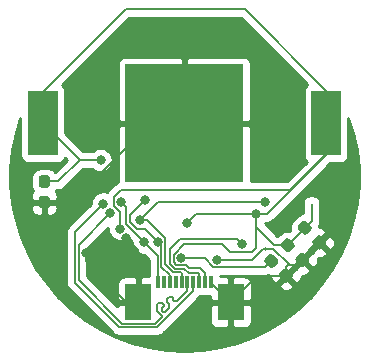
<source format=gbl>
G04 #@! TF.GenerationSoftware,KiCad,Pcbnew,5.1.6*
G04 #@! TF.CreationDate,2020-08-26T14:56:34+02:00*
G04 #@! TF.ProjectId,AnalogWatch,416e616c-6f67-4576-9174-63682e6b6963,rev?*
G04 #@! TF.SameCoordinates,Original*
G04 #@! TF.FileFunction,Copper,L2,Bot*
G04 #@! TF.FilePolarity,Positive*
%FSLAX46Y46*%
G04 Gerber Fmt 4.6, Leading zero omitted, Abs format (unit mm)*
G04 Created by KiCad (PCBNEW 5.1.6) date 2020-08-26 14:56:34*
%MOMM*%
%LPD*%
G01*
G04 APERTURE LIST*
G04 #@! TA.AperFunction,SMDPad,CuDef*
%ADD10R,10.000000X10.000000*%
G04 #@! TD*
G04 #@! TA.AperFunction,SMDPad,CuDef*
%ADD11R,2.500000X5.500000*%
G04 #@! TD*
G04 #@! TA.AperFunction,SMDPad,CuDef*
%ADD12R,0.300000X1.100000*%
G04 #@! TD*
G04 #@! TA.AperFunction,SMDPad,CuDef*
%ADD13R,2.300000X3.100000*%
G04 #@! TD*
G04 #@! TA.AperFunction,ViaPad*
%ADD14C,0.800000*%
G04 #@! TD*
G04 #@! TA.AperFunction,Conductor*
%ADD15C,0.200000*%
G04 #@! TD*
G04 #@! TA.AperFunction,Conductor*
%ADD16C,0.254000*%
G04 #@! TD*
G04 APERTURE END LIST*
D10*
X100000000Y-95500000D03*
D11*
X88000000Y-95500000D03*
X112000000Y-95500000D03*
G04 #@! TA.AperFunction,SMDPad,CuDef*
G36*
G01*
X87900500Y-101646500D02*
X88375500Y-101646500D01*
G75*
G02*
X88613000Y-101884000I0J-237500D01*
G01*
X88613000Y-102459000D01*
G75*
G02*
X88375500Y-102696500I-237500J0D01*
G01*
X87900500Y-102696500D01*
G75*
G02*
X87663000Y-102459000I0J237500D01*
G01*
X87663000Y-101884000D01*
G75*
G02*
X87900500Y-101646500I237500J0D01*
G01*
G37*
G04 #@! TD.AperFunction*
G04 #@! TA.AperFunction,SMDPad,CuDef*
G36*
G01*
X87900500Y-99896500D02*
X88375500Y-99896500D01*
G75*
G02*
X88613000Y-100134000I0J-237500D01*
G01*
X88613000Y-100709000D01*
G75*
G02*
X88375500Y-100946500I-237500J0D01*
G01*
X87900500Y-100946500D01*
G75*
G02*
X87663000Y-100709000I0J237500D01*
G01*
X87663000Y-100134000D01*
G75*
G02*
X87900500Y-99896500I237500J0D01*
G01*
G37*
G04 #@! TD.AperFunction*
G04 #@! TA.AperFunction,SMDPad,CuDef*
G36*
G01*
X109442831Y-106857707D02*
X109778707Y-106521831D01*
G75*
G02*
X110114583Y-106521831I167938J-167938D01*
G01*
X110521169Y-106928417D01*
G75*
G02*
X110521169Y-107264293I-167938J-167938D01*
G01*
X110185293Y-107600169D01*
G75*
G02*
X109849417Y-107600169I-167938J167938D01*
G01*
X109442831Y-107193583D01*
G75*
G02*
X109442831Y-106857707I167938J167938D01*
G01*
G37*
G04 #@! TD.AperFunction*
G04 #@! TA.AperFunction,SMDPad,CuDef*
G36*
G01*
X108205395Y-105620271D02*
X108541271Y-105284395D01*
G75*
G02*
X108877147Y-105284395I167938J-167938D01*
G01*
X109283733Y-105690981D01*
G75*
G02*
X109283733Y-106026857I-167938J-167938D01*
G01*
X108947857Y-106362733D01*
G75*
G02*
X108611981Y-106362733I-167938J167938D01*
G01*
X108205395Y-105956147D01*
G75*
G02*
X108205395Y-105620271I167938J167938D01*
G01*
G37*
G04 #@! TD.AperFunction*
G04 #@! TA.AperFunction,SMDPad,CuDef*
G36*
G01*
X109649613Y-104143489D02*
X109985489Y-103807613D01*
G75*
G02*
X110321365Y-103807613I167938J-167938D01*
G01*
X110727951Y-104214199D01*
G75*
G02*
X110727951Y-104550075I-167938J-167938D01*
G01*
X110392075Y-104885951D01*
G75*
G02*
X110056199Y-104885951I-167938J167938D01*
G01*
X109649613Y-104479365D01*
G75*
G02*
X109649613Y-104143489I167938J167938D01*
G01*
G37*
G04 #@! TD.AperFunction*
G04 #@! TA.AperFunction,SMDPad,CuDef*
G36*
G01*
X110887049Y-105380925D02*
X111222925Y-105045049D01*
G75*
G02*
X111558801Y-105045049I167938J-167938D01*
G01*
X111965387Y-105451635D01*
G75*
G02*
X111965387Y-105787511I-167938J-167938D01*
G01*
X111629511Y-106123387D01*
G75*
G02*
X111293635Y-106123387I-167938J167938D01*
G01*
X110887049Y-105716801D01*
G75*
G02*
X110887049Y-105380925I167938J167938D01*
G01*
G37*
G04 #@! TD.AperFunction*
D12*
X102250000Y-108949500D03*
X101750000Y-108949500D03*
X101250000Y-108949500D03*
X100750000Y-108949500D03*
X100250000Y-108949500D03*
X99750000Y-108949500D03*
X99250000Y-108949500D03*
X98750000Y-108949500D03*
X98250000Y-108949500D03*
X97750000Y-108949500D03*
D13*
X103920000Y-110649500D03*
X96080000Y-110649500D03*
G04 #@! TA.AperFunction,SMDPad,CuDef*
G36*
G01*
X109124169Y-108597793D02*
X108788293Y-108933669D01*
G75*
G02*
X108452417Y-108933669I-167938J167938D01*
G01*
X108045831Y-108527083D01*
G75*
G02*
X108045831Y-108191207I167938J167938D01*
G01*
X108381707Y-107855331D01*
G75*
G02*
X108717583Y-107855331I167938J-167938D01*
G01*
X109124169Y-108261917D01*
G75*
G02*
X109124169Y-108597793I-167938J-167938D01*
G01*
G37*
G04 #@! TD.AperFunction*
G04 #@! TA.AperFunction,SMDPad,CuDef*
G36*
G01*
X107886733Y-107360357D02*
X107550857Y-107696233D01*
G75*
G02*
X107214981Y-107696233I-167938J167938D01*
G01*
X106808395Y-107289647D01*
G75*
G02*
X106808395Y-106953771I167938J167938D01*
G01*
X107144271Y-106617895D01*
G75*
G02*
X107480147Y-106617895I167938J-167938D01*
G01*
X107886733Y-107024481D01*
G75*
G02*
X107886733Y-107360357I-167938J-167938D01*
G01*
G37*
G04 #@! TD.AperFunction*
D14*
X89725500Y-104203500D03*
X91630500Y-106489500D03*
X102743000Y-107061000D03*
X95036881Y-105199125D03*
X100203000Y-103949500D03*
X106045000Y-103187500D03*
X92900500Y-98615500D03*
X94545032Y-104414716D03*
X104838500Y-105727500D03*
X97763919Y-105571990D03*
X96618277Y-101995219D03*
X106807000Y-102171500D03*
X96265500Y-103683500D03*
X96570881Y-105571990D03*
X94660809Y-102198259D03*
X93118493Y-102300392D03*
X93726000Y-103124000D03*
X99701331Y-106905490D03*
D15*
X102250000Y-108979500D02*
X103920000Y-110649500D01*
X102250000Y-108949500D02*
X102250000Y-108979500D01*
X109664500Y-107378500D02*
X109982000Y-107061000D01*
X111426218Y-105616782D02*
X111426218Y-105584218D01*
X109982000Y-107061000D02*
X111426218Y-105616782D01*
X112508000Y-104502436D02*
X111426218Y-105584218D01*
X112508000Y-102298500D02*
X112508000Y-104502436D01*
X109982000Y-107061000D02*
X109537500Y-107505500D01*
X109537500Y-107505500D02*
X108902500Y-107505500D01*
X106175000Y-108394500D02*
X103920000Y-110649500D01*
X108585000Y-108394500D02*
X106175000Y-108394500D01*
X108585000Y-107696000D02*
X108839000Y-107442000D01*
X108585000Y-108394500D02*
X108585000Y-107696000D01*
X108902500Y-107505500D02*
X108839000Y-107442000D01*
X96080000Y-110649500D02*
X95092000Y-110649500D01*
X95092000Y-110649500D02*
X91630500Y-107188000D01*
X91630500Y-107188000D02*
X91630500Y-106489500D01*
X100000000Y-95500000D02*
X97159000Y-95500000D01*
X89725500Y-102933500D02*
X89725500Y-104203500D01*
X97159000Y-95500000D02*
X89725500Y-102933500D01*
X88963500Y-102171500D02*
X89725500Y-102933500D01*
X88138000Y-102171500D02*
X88963500Y-102171500D01*
X96080000Y-110649500D02*
X96080000Y-106242244D01*
X96080000Y-106242244D02*
X95036881Y-105199125D01*
X105727500Y-107061000D02*
X102743000Y-107061000D01*
X106680000Y-106108500D02*
X105727500Y-107061000D01*
X107505500Y-106108500D02*
X106680000Y-106108500D01*
X108839000Y-107442000D02*
X107505500Y-106108500D01*
X100965000Y-103187500D02*
X100203000Y-103949500D01*
X106045000Y-103187500D02*
X100965000Y-103187500D01*
X91115500Y-98615500D02*
X88000000Y-95500000D01*
X92900500Y-98615500D02*
X91115500Y-98615500D01*
X112000000Y-92759500D02*
X112000000Y-95500000D01*
X105092500Y-85852000D02*
X112000000Y-92759500D01*
X95015565Y-85852000D02*
X105092500Y-85852000D01*
X88000000Y-92867566D02*
X95015565Y-85852000D01*
X88000000Y-95500000D02*
X88000000Y-92867566D01*
X100139500Y-107505500D02*
X99314000Y-107505500D01*
X100410989Y-107776989D02*
X100139500Y-107505500D01*
X101327489Y-107776989D02*
X100410989Y-107776989D01*
X101750000Y-108199500D02*
X101327489Y-107776989D01*
X101750000Y-108949500D02*
X101750000Y-108199500D01*
X99314000Y-107505500D02*
X99101330Y-107259720D01*
X103822500Y-106362500D02*
X105727500Y-106362500D01*
X99101330Y-107259720D02*
X99101330Y-106617489D01*
X99101330Y-106617489D02*
X99991319Y-105727500D01*
X103187500Y-105727500D02*
X103822500Y-106362500D01*
X99991319Y-105727500D02*
X103187500Y-105727500D01*
X105727500Y-106362500D02*
X106045000Y-106045000D01*
X108744564Y-105791000D02*
X108744564Y-105823564D01*
X110188782Y-104346782D02*
X108744564Y-105791000D01*
X107601564Y-105823564D02*
X106045000Y-104267000D01*
X108744564Y-105823564D02*
X107601564Y-105823564D01*
X106045000Y-104267000D02*
X106045000Y-103187500D01*
X106045000Y-106045000D02*
X106045000Y-104267000D01*
X110758000Y-103777564D02*
X110188782Y-104346782D01*
X110758000Y-102298500D02*
X110758000Y-103777564D01*
X89309500Y-100421500D02*
X91115500Y-98615500D01*
X88138000Y-100421500D02*
X89309500Y-100421500D01*
X106934000Y-103187500D02*
X106997500Y-103187500D01*
X106045000Y-103187500D02*
X106934000Y-103187500D01*
X106997500Y-103187500D02*
X109029500Y-101155500D01*
X112000000Y-98121500D02*
X112000000Y-95500000D01*
X108966000Y-101155500D02*
X112000000Y-98121500D01*
X108966000Y-101155500D02*
X109029500Y-101155500D01*
X112000000Y-98185000D02*
X112000000Y-95500000D01*
X109029500Y-101155500D02*
X112000000Y-98185000D01*
X108966000Y-101155500D02*
X94615000Y-101155500D01*
X94615000Y-101155500D02*
X94329250Y-101441250D01*
X94545032Y-102970484D02*
X94545032Y-104414716D01*
X94060808Y-101709692D02*
X94060808Y-102486260D01*
X94329250Y-101441250D02*
X94060808Y-101709692D01*
X94060808Y-102486260D02*
X94545032Y-102970484D01*
X104438501Y-105327501D02*
X104838500Y-105727500D01*
X98801319Y-106176681D02*
X99650499Y-105327501D01*
X99650499Y-105327501D02*
X104438501Y-105327501D01*
X100389000Y-108199500D02*
X100002389Y-107812889D01*
X98801319Y-107417098D02*
X98801319Y-106176681D01*
X100002389Y-107812889D02*
X99197111Y-107812889D01*
X101250000Y-108199500D02*
X100389000Y-108199500D01*
X99197111Y-107812889D02*
X98801319Y-107417098D01*
X101250000Y-108949500D02*
X101250000Y-108199500D01*
X98750000Y-108949500D02*
X98750000Y-108338500D01*
X98050011Y-105858082D02*
X97763919Y-105571990D01*
X98050011Y-107638511D02*
X98050011Y-105858082D01*
X98750000Y-108338500D02*
X98050011Y-107638511D01*
X97763919Y-105571990D02*
X97163918Y-104971989D01*
X95380651Y-103846373D02*
X95380651Y-103232845D01*
X95380651Y-103232845D02*
X96618277Y-101995219D01*
X96627790Y-104435861D02*
X97163918Y-104971989D01*
X95970139Y-104435861D02*
X96627790Y-104435861D01*
X95970139Y-104435861D02*
X95380651Y-103846373D01*
X97777500Y-102171500D02*
X97980500Y-102171500D01*
X96265500Y-103683500D02*
X97777500Y-102171500D01*
X106807000Y-102171500D02*
X97980500Y-102171500D01*
X99750000Y-108199500D02*
X99750000Y-108949500D01*
X99032399Y-108112899D02*
X99663399Y-108112899D01*
X96831185Y-103683500D02*
X98363921Y-105216236D01*
X98363921Y-107444421D02*
X99032399Y-108112899D01*
X98363921Y-105216236D02*
X98363921Y-107444421D01*
X96265500Y-103683500D02*
X96831185Y-103683500D01*
X99663399Y-108112899D02*
X99750000Y-108199500D01*
X97750000Y-106751109D02*
X96570881Y-105571990D01*
X97750000Y-108949500D02*
X97750000Y-106751109D01*
X96570881Y-105571990D02*
X95056746Y-104057855D01*
X95056746Y-102594196D02*
X94660809Y-102198259D01*
X95056746Y-104057855D02*
X95056746Y-102594196D01*
X97673500Y-112776000D02*
X94488000Y-112776000D01*
X94488000Y-112776000D02*
X90730487Y-109018487D01*
X90730487Y-109018487D02*
X90730487Y-104688398D01*
X90730487Y-104688398D02*
X93118493Y-102300392D01*
X100750000Y-108949500D02*
X100750000Y-109699500D01*
X100750000Y-109699500D02*
X97673500Y-112776000D01*
X97491000Y-112458500D02*
X94742000Y-112458500D01*
X100250000Y-109699500D02*
X99396000Y-110553500D01*
X98075750Y-111347250D02*
X98075750Y-111093250D01*
X98679000Y-110807500D02*
X98679000Y-111125000D01*
X98996500Y-110236000D02*
X98933000Y-110172500D01*
X98234500Y-110934500D02*
X98234500Y-110871000D01*
X98361500Y-111442500D02*
X98171000Y-111442500D01*
X94742000Y-112458500D02*
X91030498Y-108746998D01*
X98085000Y-111864500D02*
X97491000Y-112458500D01*
X98933000Y-110172500D02*
X98679000Y-110172500D01*
X98488500Y-110617000D02*
X98679000Y-110807500D01*
X98679000Y-110172500D02*
X98488500Y-110363000D01*
X98234500Y-110871000D02*
X98107500Y-110744000D01*
X98107500Y-110744000D02*
X97790000Y-110744000D01*
X97790000Y-110744000D02*
X97663000Y-110871000D01*
X98085000Y-111801000D02*
X98085000Y-111864500D01*
X98488500Y-110363000D02*
X98488500Y-110617000D01*
X97663000Y-110871000D02*
X97663000Y-111379000D01*
X99123500Y-110553500D02*
X98996500Y-110426500D01*
X98996500Y-110426500D02*
X98996500Y-110236000D01*
X99396000Y-110553500D02*
X99123500Y-110553500D01*
X98171000Y-111442500D02*
X98075750Y-111347250D01*
X100250000Y-108949500D02*
X100250000Y-109699500D01*
X98075750Y-111093250D02*
X98234500Y-110934500D01*
X98679000Y-111125000D02*
X98361500Y-111442500D01*
X97663000Y-111379000D02*
X98085000Y-111801000D01*
X91030498Y-105819502D02*
X91030498Y-106016498D01*
X93726000Y-103124000D02*
X91030498Y-105819502D01*
X91030498Y-108746998D02*
X91030498Y-106016498D01*
X101699488Y-106905490D02*
X102454999Y-107661001D01*
X102454999Y-107661001D02*
X106843627Y-107661001D01*
X106843627Y-107661001D02*
X107011688Y-107492940D01*
X99701331Y-106905490D02*
X101699488Y-106905490D01*
X107011688Y-107492940D02*
X107347564Y-107157064D01*
D16*
G36*
X110411804Y-92210751D02*
G01*
X110395506Y-92219463D01*
X110298815Y-92298815D01*
X110219463Y-92395506D01*
X110160498Y-92505820D01*
X110124188Y-92625518D01*
X110111928Y-92750000D01*
X110111928Y-98250000D01*
X110124188Y-98374482D01*
X110160498Y-98494180D01*
X110219463Y-98604494D01*
X110298815Y-98701185D01*
X110343883Y-98738171D01*
X108661554Y-100420500D01*
X105638020Y-100420500D01*
X105635000Y-95785750D01*
X105476250Y-95627000D01*
X100127000Y-95627000D01*
X100127000Y-95647000D01*
X99873000Y-95647000D01*
X99873000Y-95627000D01*
X94523750Y-95627000D01*
X94365000Y-95785750D01*
X94361951Y-100464188D01*
X94332366Y-100473163D01*
X94282158Y-100500000D01*
X94204680Y-100541413D01*
X94092762Y-100633262D01*
X94069741Y-100661313D01*
X93566616Y-101164438D01*
X93538570Y-101187455D01*
X93446721Y-101299373D01*
X93439413Y-101313045D01*
X93420391Y-101305166D01*
X93220432Y-101265392D01*
X93016554Y-101265392D01*
X92816595Y-101305166D01*
X92628237Y-101383187D01*
X92458719Y-101496455D01*
X92314556Y-101640618D01*
X92201288Y-101810136D01*
X92123267Y-101998494D01*
X92083493Y-102198453D01*
X92083493Y-102295945D01*
X90236295Y-104143144D01*
X90208250Y-104166160D01*
X90116401Y-104278078D01*
X90055695Y-104391651D01*
X90048151Y-104405765D01*
X90006122Y-104544313D01*
X89991931Y-104688398D01*
X89995488Y-104724513D01*
X89995487Y-108982382D01*
X89991931Y-109018487D01*
X90005605Y-109157318D01*
X90006122Y-109162571D01*
X90048150Y-109301119D01*
X90116400Y-109428806D01*
X90208249Y-109540724D01*
X90236295Y-109563741D01*
X93942746Y-113270193D01*
X93965762Y-113298238D01*
X94077680Y-113390087D01*
X94205367Y-113458337D01*
X94343915Y-113500365D01*
X94488000Y-113514556D01*
X94524105Y-113511000D01*
X97637395Y-113511000D01*
X97673500Y-113514556D01*
X97709605Y-113511000D01*
X97817585Y-113500365D01*
X97956133Y-113458337D01*
X98083820Y-113390087D01*
X98195738Y-113298238D01*
X98218759Y-113270187D01*
X99289446Y-112199500D01*
X102131928Y-112199500D01*
X102144188Y-112323982D01*
X102180498Y-112443680D01*
X102239463Y-112553994D01*
X102318815Y-112650685D01*
X102415506Y-112730037D01*
X102525820Y-112789002D01*
X102645518Y-112825312D01*
X102770000Y-112837572D01*
X103634250Y-112834500D01*
X103793000Y-112675750D01*
X103793000Y-110776500D01*
X104047000Y-110776500D01*
X104047000Y-112675750D01*
X104205750Y-112834500D01*
X105070000Y-112837572D01*
X105194482Y-112825312D01*
X105314180Y-112789002D01*
X105424494Y-112730037D01*
X105521185Y-112650685D01*
X105600537Y-112553994D01*
X105659502Y-112443680D01*
X105695812Y-112323982D01*
X105708072Y-112199500D01*
X105705000Y-110935250D01*
X105546250Y-110776500D01*
X104047000Y-110776500D01*
X103793000Y-110776500D01*
X102293750Y-110776500D01*
X102135000Y-110935250D01*
X102131928Y-112199500D01*
X99289446Y-112199500D01*
X101244193Y-110244754D01*
X101272238Y-110221738D01*
X101341311Y-110137572D01*
X101400000Y-110137572D01*
X101500000Y-110127723D01*
X101600000Y-110137572D01*
X101900000Y-110137572D01*
X102003841Y-110127345D01*
X102068250Y-110134500D01*
X102100497Y-110102253D01*
X102122998Y-110095428D01*
X102122998Y-110134500D01*
X102134443Y-110134500D01*
X102135000Y-110363750D01*
X102293750Y-110522500D01*
X103793000Y-110522500D01*
X103793000Y-108623250D01*
X104047000Y-108623250D01*
X104047000Y-110522500D01*
X105546250Y-110522500D01*
X105705000Y-110363750D01*
X105707932Y-109156938D01*
X108002167Y-109156938D01*
X108002167Y-109381444D01*
X108169170Y-109552792D01*
X108265861Y-109632145D01*
X108376176Y-109691109D01*
X108495874Y-109727418D01*
X108620355Y-109739679D01*
X108744837Y-109727418D01*
X108864535Y-109691109D01*
X108974849Y-109632145D01*
X109071540Y-109552792D01*
X109203188Y-109416800D01*
X109203188Y-109192293D01*
X108585000Y-108574105D01*
X108002167Y-109156938D01*
X105707932Y-109156938D01*
X105708072Y-109099500D01*
X105695812Y-108975018D01*
X105659502Y-108855320D01*
X105600537Y-108745006D01*
X105521185Y-108648315D01*
X105424494Y-108568963D01*
X105314180Y-108509998D01*
X105194482Y-108473688D01*
X105070000Y-108461428D01*
X104205750Y-108464500D01*
X104047000Y-108623250D01*
X103793000Y-108623250D01*
X103634250Y-108464500D01*
X103037364Y-108462378D01*
X103037965Y-108411175D01*
X103036750Y-108396001D01*
X106807522Y-108396001D01*
X106843627Y-108399557D01*
X106879732Y-108396001D01*
X106987712Y-108385366D01*
X107097143Y-108352170D01*
X107212103Y-108387043D01*
X107242867Y-108390073D01*
X107252082Y-108483626D01*
X107288391Y-108603324D01*
X107347355Y-108713639D01*
X107426708Y-108810330D01*
X107598056Y-108977333D01*
X107822562Y-108977333D01*
X108405395Y-108394500D01*
X108764605Y-108394500D01*
X109382793Y-109012688D01*
X109607300Y-109012688D01*
X109743292Y-108881040D01*
X109822645Y-108784349D01*
X109881609Y-108674035D01*
X109917918Y-108554337D01*
X109930179Y-108429855D01*
X109926970Y-108397276D01*
X110017355Y-108406179D01*
X110141837Y-108393918D01*
X110261535Y-108357609D01*
X110371849Y-108298645D01*
X110468540Y-108219292D01*
X110600188Y-108083300D01*
X110600188Y-107858793D01*
X109982000Y-107240605D01*
X109410938Y-107811667D01*
X109347438Y-107811667D01*
X108764605Y-108394500D01*
X108405395Y-108394500D01*
X108391253Y-108380358D01*
X108570858Y-108200753D01*
X108585000Y-108214895D01*
X109156062Y-107643833D01*
X109219562Y-107643833D01*
X109802395Y-107061000D01*
X110161605Y-107061000D01*
X110779793Y-107679188D01*
X111004300Y-107679188D01*
X111140292Y-107547540D01*
X111219645Y-107450849D01*
X111278609Y-107340535D01*
X111314918Y-107220837D01*
X111327179Y-107096355D01*
X111314918Y-106971874D01*
X111294384Y-106904181D01*
X111337092Y-106917136D01*
X111461573Y-106929397D01*
X111586055Y-106917136D01*
X111705753Y-106880827D01*
X111816067Y-106821863D01*
X111912758Y-106742510D01*
X112044406Y-106606518D01*
X112044406Y-106382011D01*
X111426218Y-105763823D01*
X110843385Y-106346656D01*
X110843385Y-106478167D01*
X110744438Y-106478167D01*
X110161605Y-107061000D01*
X109802395Y-107061000D01*
X109788253Y-107046858D01*
X109967858Y-106867253D01*
X109982000Y-106881395D01*
X110564833Y-106298562D01*
X110564833Y-106167051D01*
X110663780Y-106167051D01*
X111246613Y-105584218D01*
X111605823Y-105584218D01*
X112224011Y-106202406D01*
X112448518Y-106202406D01*
X112584510Y-106070758D01*
X112663863Y-105974067D01*
X112722827Y-105863753D01*
X112759136Y-105744055D01*
X112771397Y-105619573D01*
X112759136Y-105495092D01*
X112722827Y-105375394D01*
X112663863Y-105265079D01*
X112584510Y-105168388D01*
X112413162Y-105001385D01*
X112188656Y-105001385D01*
X111605823Y-105584218D01*
X111246613Y-105584218D01*
X111232471Y-105570076D01*
X111412076Y-105390471D01*
X111426218Y-105404613D01*
X112009051Y-104821780D01*
X112009051Y-104597274D01*
X111842048Y-104425926D01*
X111745357Y-104346573D01*
X111635042Y-104287609D01*
X111515344Y-104251300D01*
X111421791Y-104242085D01*
X111418761Y-104211321D01*
X111397327Y-104140663D01*
X111440337Y-104060197D01*
X111482365Y-103921649D01*
X111493000Y-103813669D01*
X111496556Y-103777564D01*
X111493000Y-103741459D01*
X111493000Y-102262395D01*
X111482365Y-102154415D01*
X111440337Y-102015867D01*
X111372087Y-101888180D01*
X111280237Y-101776262D01*
X111168319Y-101684413D01*
X111040632Y-101616163D01*
X110902084Y-101574135D01*
X110758000Y-101559944D01*
X110613915Y-101574135D01*
X110475367Y-101616163D01*
X110347680Y-101684413D01*
X110235762Y-101776263D01*
X110143913Y-101888181D01*
X110075663Y-102015868D01*
X110033635Y-102154416D01*
X110023000Y-102262396D01*
X110023001Y-103112825D01*
X109982611Y-103116803D01*
X109818360Y-103166628D01*
X109666985Y-103247539D01*
X109534304Y-103356428D01*
X109198428Y-103692304D01*
X109089539Y-103824985D01*
X109008628Y-103976360D01*
X108958803Y-104140611D01*
X108941979Y-104311427D01*
X108958803Y-104482243D01*
X108971621Y-104524497D01*
X108897294Y-104598824D01*
X108880025Y-104593585D01*
X108709209Y-104576761D01*
X108538393Y-104593585D01*
X108374142Y-104643410D01*
X108222767Y-104724321D01*
X108090086Y-104833210D01*
X107870371Y-105052925D01*
X106780000Y-103962554D01*
X106780000Y-103922500D01*
X106961395Y-103922500D01*
X106997500Y-103926056D01*
X107033605Y-103922500D01*
X107141585Y-103911865D01*
X107280133Y-103869837D01*
X107407820Y-103801587D01*
X107519738Y-103709738D01*
X107542758Y-103681688D01*
X109523694Y-101700753D01*
X109551738Y-101677738D01*
X109574759Y-101649687D01*
X112336375Y-98888072D01*
X113250000Y-98888072D01*
X113374482Y-98875812D01*
X113494180Y-98839502D01*
X113604494Y-98780537D01*
X113701185Y-98701185D01*
X113780537Y-98604494D01*
X113839502Y-98494180D01*
X113875812Y-98374482D01*
X113888072Y-98250000D01*
X113888072Y-95006418D01*
X114293659Y-96299115D01*
X114594735Y-97764169D01*
X114746049Y-99252165D01*
X114746049Y-100747835D01*
X114594735Y-102235831D01*
X114293659Y-103700885D01*
X113845910Y-105127962D01*
X113256084Y-106502420D01*
X112530232Y-107810154D01*
X111675804Y-109037745D01*
X110701566Y-110172597D01*
X109617515Y-111203064D01*
X108434775Y-112118572D01*
X107165483Y-112909728D01*
X105822664Y-113568412D01*
X104420097Y-114087866D01*
X102972173Y-114462760D01*
X101493750Y-114689246D01*
X100000000Y-114765000D01*
X98506250Y-114689246D01*
X97027827Y-114462760D01*
X95579903Y-114087866D01*
X94177336Y-113568412D01*
X92834517Y-112909728D01*
X91565225Y-112118572D01*
X90382485Y-111203064D01*
X89298434Y-110172597D01*
X88324196Y-109037745D01*
X87469768Y-107810154D01*
X86743916Y-106502420D01*
X86154090Y-105127962D01*
X85706341Y-103700885D01*
X85499935Y-102696500D01*
X87024928Y-102696500D01*
X87037188Y-102820982D01*
X87073498Y-102940680D01*
X87132463Y-103050994D01*
X87211815Y-103147685D01*
X87308506Y-103227037D01*
X87418820Y-103286002D01*
X87538518Y-103322312D01*
X87663000Y-103334572D01*
X87852250Y-103331500D01*
X88011000Y-103172750D01*
X88011000Y-102298500D01*
X88265000Y-102298500D01*
X88265000Y-103172750D01*
X88423750Y-103331500D01*
X88613000Y-103334572D01*
X88737482Y-103322312D01*
X88857180Y-103286002D01*
X88967494Y-103227037D01*
X89064185Y-103147685D01*
X89143537Y-103050994D01*
X89202502Y-102940680D01*
X89238812Y-102820982D01*
X89251072Y-102696500D01*
X89248000Y-102457250D01*
X89089250Y-102298500D01*
X88265000Y-102298500D01*
X88011000Y-102298500D01*
X87186750Y-102298500D01*
X87028000Y-102457250D01*
X87024928Y-102696500D01*
X85499935Y-102696500D01*
X85405265Y-102235831D01*
X85253951Y-100747835D01*
X85253951Y-99252165D01*
X85405265Y-97764169D01*
X85706341Y-96299115D01*
X86111928Y-95006418D01*
X86111928Y-98250000D01*
X86124188Y-98374482D01*
X86160498Y-98494180D01*
X86219463Y-98604494D01*
X86298815Y-98701185D01*
X86395506Y-98780537D01*
X86505820Y-98839502D01*
X86625518Y-98875812D01*
X86750000Y-98888072D01*
X89250000Y-98888072D01*
X89374482Y-98875812D01*
X89494180Y-98839502D01*
X89604494Y-98780537D01*
X89701185Y-98701185D01*
X89780537Y-98604494D01*
X89839502Y-98494180D01*
X89866321Y-98405768D01*
X90076053Y-98615500D01*
X89076685Y-99614869D01*
X88994623Y-99514877D01*
X88861942Y-99405988D01*
X88710567Y-99325077D01*
X88546316Y-99275252D01*
X88375500Y-99258428D01*
X87900500Y-99258428D01*
X87729684Y-99275252D01*
X87565433Y-99325077D01*
X87414058Y-99405988D01*
X87281377Y-99514877D01*
X87172488Y-99647558D01*
X87091577Y-99798933D01*
X87041752Y-99963184D01*
X87024928Y-100134000D01*
X87024928Y-100709000D01*
X87041752Y-100879816D01*
X87091577Y-101044067D01*
X87172488Y-101195442D01*
X87192099Y-101219339D01*
X87132463Y-101292006D01*
X87073498Y-101402320D01*
X87037188Y-101522018D01*
X87024928Y-101646500D01*
X87028000Y-101885750D01*
X87186750Y-102044500D01*
X88011000Y-102044500D01*
X88011000Y-102024500D01*
X88265000Y-102024500D01*
X88265000Y-102044500D01*
X89089250Y-102044500D01*
X89248000Y-101885750D01*
X89251072Y-101646500D01*
X89238812Y-101522018D01*
X89202502Y-101402320D01*
X89143537Y-101292006D01*
X89083901Y-101219339D01*
X89103512Y-101195442D01*
X89124327Y-101156500D01*
X89273395Y-101156500D01*
X89309500Y-101160056D01*
X89345605Y-101156500D01*
X89453585Y-101145865D01*
X89592133Y-101103837D01*
X89719820Y-101035587D01*
X89831738Y-100943738D01*
X89854758Y-100915688D01*
X91419947Y-99350500D01*
X92171789Y-99350500D01*
X92240726Y-99419437D01*
X92410244Y-99532705D01*
X92598602Y-99610726D01*
X92798561Y-99650500D01*
X93002439Y-99650500D01*
X93202398Y-99610726D01*
X93390756Y-99532705D01*
X93560274Y-99419437D01*
X93704437Y-99275274D01*
X93817705Y-99105756D01*
X93895726Y-98917398D01*
X93935500Y-98717439D01*
X93935500Y-98513561D01*
X93895726Y-98313602D01*
X93817705Y-98125244D01*
X93704437Y-97955726D01*
X93560274Y-97811563D01*
X93390756Y-97698295D01*
X93202398Y-97620274D01*
X93002439Y-97580500D01*
X92798561Y-97580500D01*
X92598602Y-97620274D01*
X92410244Y-97698295D01*
X92240726Y-97811563D01*
X92171789Y-97880500D01*
X91419947Y-97880500D01*
X89888072Y-96348626D01*
X89888072Y-92750000D01*
X89875812Y-92625518D01*
X89839502Y-92505820D01*
X89780537Y-92395506D01*
X89701185Y-92298815D01*
X89650112Y-92256900D01*
X91407012Y-90500000D01*
X94361928Y-90500000D01*
X94365000Y-95214250D01*
X94523750Y-95373000D01*
X99873000Y-95373000D01*
X99873000Y-90023750D01*
X100127000Y-90023750D01*
X100127000Y-95373000D01*
X105476250Y-95373000D01*
X105635000Y-95214250D01*
X105638072Y-90500000D01*
X105625812Y-90375518D01*
X105589502Y-90255820D01*
X105530537Y-90145506D01*
X105451185Y-90048815D01*
X105354494Y-89969463D01*
X105244180Y-89910498D01*
X105124482Y-89874188D01*
X105000000Y-89861928D01*
X100285750Y-89865000D01*
X100127000Y-90023750D01*
X99873000Y-90023750D01*
X99714250Y-89865000D01*
X95000000Y-89861928D01*
X94875518Y-89874188D01*
X94755820Y-89910498D01*
X94645506Y-89969463D01*
X94548815Y-90048815D01*
X94469463Y-90145506D01*
X94410498Y-90255820D01*
X94374188Y-90375518D01*
X94361928Y-90500000D01*
X91407012Y-90500000D01*
X95320012Y-86587000D01*
X104788054Y-86587000D01*
X110411804Y-92210751D01*
G37*
X110411804Y-92210751D02*
X110395506Y-92219463D01*
X110298815Y-92298815D01*
X110219463Y-92395506D01*
X110160498Y-92505820D01*
X110124188Y-92625518D01*
X110111928Y-92750000D01*
X110111928Y-98250000D01*
X110124188Y-98374482D01*
X110160498Y-98494180D01*
X110219463Y-98604494D01*
X110298815Y-98701185D01*
X110343883Y-98738171D01*
X108661554Y-100420500D01*
X105638020Y-100420500D01*
X105635000Y-95785750D01*
X105476250Y-95627000D01*
X100127000Y-95627000D01*
X100127000Y-95647000D01*
X99873000Y-95647000D01*
X99873000Y-95627000D01*
X94523750Y-95627000D01*
X94365000Y-95785750D01*
X94361951Y-100464188D01*
X94332366Y-100473163D01*
X94282158Y-100500000D01*
X94204680Y-100541413D01*
X94092762Y-100633262D01*
X94069741Y-100661313D01*
X93566616Y-101164438D01*
X93538570Y-101187455D01*
X93446721Y-101299373D01*
X93439413Y-101313045D01*
X93420391Y-101305166D01*
X93220432Y-101265392D01*
X93016554Y-101265392D01*
X92816595Y-101305166D01*
X92628237Y-101383187D01*
X92458719Y-101496455D01*
X92314556Y-101640618D01*
X92201288Y-101810136D01*
X92123267Y-101998494D01*
X92083493Y-102198453D01*
X92083493Y-102295945D01*
X90236295Y-104143144D01*
X90208250Y-104166160D01*
X90116401Y-104278078D01*
X90055695Y-104391651D01*
X90048151Y-104405765D01*
X90006122Y-104544313D01*
X89991931Y-104688398D01*
X89995488Y-104724513D01*
X89995487Y-108982382D01*
X89991931Y-109018487D01*
X90005605Y-109157318D01*
X90006122Y-109162571D01*
X90048150Y-109301119D01*
X90116400Y-109428806D01*
X90208249Y-109540724D01*
X90236295Y-109563741D01*
X93942746Y-113270193D01*
X93965762Y-113298238D01*
X94077680Y-113390087D01*
X94205367Y-113458337D01*
X94343915Y-113500365D01*
X94488000Y-113514556D01*
X94524105Y-113511000D01*
X97637395Y-113511000D01*
X97673500Y-113514556D01*
X97709605Y-113511000D01*
X97817585Y-113500365D01*
X97956133Y-113458337D01*
X98083820Y-113390087D01*
X98195738Y-113298238D01*
X98218759Y-113270187D01*
X99289446Y-112199500D01*
X102131928Y-112199500D01*
X102144188Y-112323982D01*
X102180498Y-112443680D01*
X102239463Y-112553994D01*
X102318815Y-112650685D01*
X102415506Y-112730037D01*
X102525820Y-112789002D01*
X102645518Y-112825312D01*
X102770000Y-112837572D01*
X103634250Y-112834500D01*
X103793000Y-112675750D01*
X103793000Y-110776500D01*
X104047000Y-110776500D01*
X104047000Y-112675750D01*
X104205750Y-112834500D01*
X105070000Y-112837572D01*
X105194482Y-112825312D01*
X105314180Y-112789002D01*
X105424494Y-112730037D01*
X105521185Y-112650685D01*
X105600537Y-112553994D01*
X105659502Y-112443680D01*
X105695812Y-112323982D01*
X105708072Y-112199500D01*
X105705000Y-110935250D01*
X105546250Y-110776500D01*
X104047000Y-110776500D01*
X103793000Y-110776500D01*
X102293750Y-110776500D01*
X102135000Y-110935250D01*
X102131928Y-112199500D01*
X99289446Y-112199500D01*
X101244193Y-110244754D01*
X101272238Y-110221738D01*
X101341311Y-110137572D01*
X101400000Y-110137572D01*
X101500000Y-110127723D01*
X101600000Y-110137572D01*
X101900000Y-110137572D01*
X102003841Y-110127345D01*
X102068250Y-110134500D01*
X102100497Y-110102253D01*
X102122998Y-110095428D01*
X102122998Y-110134500D01*
X102134443Y-110134500D01*
X102135000Y-110363750D01*
X102293750Y-110522500D01*
X103793000Y-110522500D01*
X103793000Y-108623250D01*
X104047000Y-108623250D01*
X104047000Y-110522500D01*
X105546250Y-110522500D01*
X105705000Y-110363750D01*
X105707932Y-109156938D01*
X108002167Y-109156938D01*
X108002167Y-109381444D01*
X108169170Y-109552792D01*
X108265861Y-109632145D01*
X108376176Y-109691109D01*
X108495874Y-109727418D01*
X108620355Y-109739679D01*
X108744837Y-109727418D01*
X108864535Y-109691109D01*
X108974849Y-109632145D01*
X109071540Y-109552792D01*
X109203188Y-109416800D01*
X109203188Y-109192293D01*
X108585000Y-108574105D01*
X108002167Y-109156938D01*
X105707932Y-109156938D01*
X105708072Y-109099500D01*
X105695812Y-108975018D01*
X105659502Y-108855320D01*
X105600537Y-108745006D01*
X105521185Y-108648315D01*
X105424494Y-108568963D01*
X105314180Y-108509998D01*
X105194482Y-108473688D01*
X105070000Y-108461428D01*
X104205750Y-108464500D01*
X104047000Y-108623250D01*
X103793000Y-108623250D01*
X103634250Y-108464500D01*
X103037364Y-108462378D01*
X103037965Y-108411175D01*
X103036750Y-108396001D01*
X106807522Y-108396001D01*
X106843627Y-108399557D01*
X106879732Y-108396001D01*
X106987712Y-108385366D01*
X107097143Y-108352170D01*
X107212103Y-108387043D01*
X107242867Y-108390073D01*
X107252082Y-108483626D01*
X107288391Y-108603324D01*
X107347355Y-108713639D01*
X107426708Y-108810330D01*
X107598056Y-108977333D01*
X107822562Y-108977333D01*
X108405395Y-108394500D01*
X108764605Y-108394500D01*
X109382793Y-109012688D01*
X109607300Y-109012688D01*
X109743292Y-108881040D01*
X109822645Y-108784349D01*
X109881609Y-108674035D01*
X109917918Y-108554337D01*
X109930179Y-108429855D01*
X109926970Y-108397276D01*
X110017355Y-108406179D01*
X110141837Y-108393918D01*
X110261535Y-108357609D01*
X110371849Y-108298645D01*
X110468540Y-108219292D01*
X110600188Y-108083300D01*
X110600188Y-107858793D01*
X109982000Y-107240605D01*
X109410938Y-107811667D01*
X109347438Y-107811667D01*
X108764605Y-108394500D01*
X108405395Y-108394500D01*
X108391253Y-108380358D01*
X108570858Y-108200753D01*
X108585000Y-108214895D01*
X109156062Y-107643833D01*
X109219562Y-107643833D01*
X109802395Y-107061000D01*
X110161605Y-107061000D01*
X110779793Y-107679188D01*
X111004300Y-107679188D01*
X111140292Y-107547540D01*
X111219645Y-107450849D01*
X111278609Y-107340535D01*
X111314918Y-107220837D01*
X111327179Y-107096355D01*
X111314918Y-106971874D01*
X111294384Y-106904181D01*
X111337092Y-106917136D01*
X111461573Y-106929397D01*
X111586055Y-106917136D01*
X111705753Y-106880827D01*
X111816067Y-106821863D01*
X111912758Y-106742510D01*
X112044406Y-106606518D01*
X112044406Y-106382011D01*
X111426218Y-105763823D01*
X110843385Y-106346656D01*
X110843385Y-106478167D01*
X110744438Y-106478167D01*
X110161605Y-107061000D01*
X109802395Y-107061000D01*
X109788253Y-107046858D01*
X109967858Y-106867253D01*
X109982000Y-106881395D01*
X110564833Y-106298562D01*
X110564833Y-106167051D01*
X110663780Y-106167051D01*
X111246613Y-105584218D01*
X111605823Y-105584218D01*
X112224011Y-106202406D01*
X112448518Y-106202406D01*
X112584510Y-106070758D01*
X112663863Y-105974067D01*
X112722827Y-105863753D01*
X112759136Y-105744055D01*
X112771397Y-105619573D01*
X112759136Y-105495092D01*
X112722827Y-105375394D01*
X112663863Y-105265079D01*
X112584510Y-105168388D01*
X112413162Y-105001385D01*
X112188656Y-105001385D01*
X111605823Y-105584218D01*
X111246613Y-105584218D01*
X111232471Y-105570076D01*
X111412076Y-105390471D01*
X111426218Y-105404613D01*
X112009051Y-104821780D01*
X112009051Y-104597274D01*
X111842048Y-104425926D01*
X111745357Y-104346573D01*
X111635042Y-104287609D01*
X111515344Y-104251300D01*
X111421791Y-104242085D01*
X111418761Y-104211321D01*
X111397327Y-104140663D01*
X111440337Y-104060197D01*
X111482365Y-103921649D01*
X111493000Y-103813669D01*
X111496556Y-103777564D01*
X111493000Y-103741459D01*
X111493000Y-102262395D01*
X111482365Y-102154415D01*
X111440337Y-102015867D01*
X111372087Y-101888180D01*
X111280237Y-101776262D01*
X111168319Y-101684413D01*
X111040632Y-101616163D01*
X110902084Y-101574135D01*
X110758000Y-101559944D01*
X110613915Y-101574135D01*
X110475367Y-101616163D01*
X110347680Y-101684413D01*
X110235762Y-101776263D01*
X110143913Y-101888181D01*
X110075663Y-102015868D01*
X110033635Y-102154416D01*
X110023000Y-102262396D01*
X110023001Y-103112825D01*
X109982611Y-103116803D01*
X109818360Y-103166628D01*
X109666985Y-103247539D01*
X109534304Y-103356428D01*
X109198428Y-103692304D01*
X109089539Y-103824985D01*
X109008628Y-103976360D01*
X108958803Y-104140611D01*
X108941979Y-104311427D01*
X108958803Y-104482243D01*
X108971621Y-104524497D01*
X108897294Y-104598824D01*
X108880025Y-104593585D01*
X108709209Y-104576761D01*
X108538393Y-104593585D01*
X108374142Y-104643410D01*
X108222767Y-104724321D01*
X108090086Y-104833210D01*
X107870371Y-105052925D01*
X106780000Y-103962554D01*
X106780000Y-103922500D01*
X106961395Y-103922500D01*
X106997500Y-103926056D01*
X107033605Y-103922500D01*
X107141585Y-103911865D01*
X107280133Y-103869837D01*
X107407820Y-103801587D01*
X107519738Y-103709738D01*
X107542758Y-103681688D01*
X109523694Y-101700753D01*
X109551738Y-101677738D01*
X109574759Y-101649687D01*
X112336375Y-98888072D01*
X113250000Y-98888072D01*
X113374482Y-98875812D01*
X113494180Y-98839502D01*
X113604494Y-98780537D01*
X113701185Y-98701185D01*
X113780537Y-98604494D01*
X113839502Y-98494180D01*
X113875812Y-98374482D01*
X113888072Y-98250000D01*
X113888072Y-95006418D01*
X114293659Y-96299115D01*
X114594735Y-97764169D01*
X114746049Y-99252165D01*
X114746049Y-100747835D01*
X114594735Y-102235831D01*
X114293659Y-103700885D01*
X113845910Y-105127962D01*
X113256084Y-106502420D01*
X112530232Y-107810154D01*
X111675804Y-109037745D01*
X110701566Y-110172597D01*
X109617515Y-111203064D01*
X108434775Y-112118572D01*
X107165483Y-112909728D01*
X105822664Y-113568412D01*
X104420097Y-114087866D01*
X102972173Y-114462760D01*
X101493750Y-114689246D01*
X100000000Y-114765000D01*
X98506250Y-114689246D01*
X97027827Y-114462760D01*
X95579903Y-114087866D01*
X94177336Y-113568412D01*
X92834517Y-112909728D01*
X91565225Y-112118572D01*
X90382485Y-111203064D01*
X89298434Y-110172597D01*
X88324196Y-109037745D01*
X87469768Y-107810154D01*
X86743916Y-106502420D01*
X86154090Y-105127962D01*
X85706341Y-103700885D01*
X85499935Y-102696500D01*
X87024928Y-102696500D01*
X87037188Y-102820982D01*
X87073498Y-102940680D01*
X87132463Y-103050994D01*
X87211815Y-103147685D01*
X87308506Y-103227037D01*
X87418820Y-103286002D01*
X87538518Y-103322312D01*
X87663000Y-103334572D01*
X87852250Y-103331500D01*
X88011000Y-103172750D01*
X88011000Y-102298500D01*
X88265000Y-102298500D01*
X88265000Y-103172750D01*
X88423750Y-103331500D01*
X88613000Y-103334572D01*
X88737482Y-103322312D01*
X88857180Y-103286002D01*
X88967494Y-103227037D01*
X89064185Y-103147685D01*
X89143537Y-103050994D01*
X89202502Y-102940680D01*
X89238812Y-102820982D01*
X89251072Y-102696500D01*
X89248000Y-102457250D01*
X89089250Y-102298500D01*
X88265000Y-102298500D01*
X88011000Y-102298500D01*
X87186750Y-102298500D01*
X87028000Y-102457250D01*
X87024928Y-102696500D01*
X85499935Y-102696500D01*
X85405265Y-102235831D01*
X85253951Y-100747835D01*
X85253951Y-99252165D01*
X85405265Y-97764169D01*
X85706341Y-96299115D01*
X86111928Y-95006418D01*
X86111928Y-98250000D01*
X86124188Y-98374482D01*
X86160498Y-98494180D01*
X86219463Y-98604494D01*
X86298815Y-98701185D01*
X86395506Y-98780537D01*
X86505820Y-98839502D01*
X86625518Y-98875812D01*
X86750000Y-98888072D01*
X89250000Y-98888072D01*
X89374482Y-98875812D01*
X89494180Y-98839502D01*
X89604494Y-98780537D01*
X89701185Y-98701185D01*
X89780537Y-98604494D01*
X89839502Y-98494180D01*
X89866321Y-98405768D01*
X90076053Y-98615500D01*
X89076685Y-99614869D01*
X88994623Y-99514877D01*
X88861942Y-99405988D01*
X88710567Y-99325077D01*
X88546316Y-99275252D01*
X88375500Y-99258428D01*
X87900500Y-99258428D01*
X87729684Y-99275252D01*
X87565433Y-99325077D01*
X87414058Y-99405988D01*
X87281377Y-99514877D01*
X87172488Y-99647558D01*
X87091577Y-99798933D01*
X87041752Y-99963184D01*
X87024928Y-100134000D01*
X87024928Y-100709000D01*
X87041752Y-100879816D01*
X87091577Y-101044067D01*
X87172488Y-101195442D01*
X87192099Y-101219339D01*
X87132463Y-101292006D01*
X87073498Y-101402320D01*
X87037188Y-101522018D01*
X87024928Y-101646500D01*
X87028000Y-101885750D01*
X87186750Y-102044500D01*
X88011000Y-102044500D01*
X88011000Y-102024500D01*
X88265000Y-102024500D01*
X88265000Y-102044500D01*
X89089250Y-102044500D01*
X89248000Y-101885750D01*
X89251072Y-101646500D01*
X89238812Y-101522018D01*
X89202502Y-101402320D01*
X89143537Y-101292006D01*
X89083901Y-101219339D01*
X89103512Y-101195442D01*
X89124327Y-101156500D01*
X89273395Y-101156500D01*
X89309500Y-101160056D01*
X89345605Y-101156500D01*
X89453585Y-101145865D01*
X89592133Y-101103837D01*
X89719820Y-101035587D01*
X89831738Y-100943738D01*
X89854758Y-100915688D01*
X91419947Y-99350500D01*
X92171789Y-99350500D01*
X92240726Y-99419437D01*
X92410244Y-99532705D01*
X92598602Y-99610726D01*
X92798561Y-99650500D01*
X93002439Y-99650500D01*
X93202398Y-99610726D01*
X93390756Y-99532705D01*
X93560274Y-99419437D01*
X93704437Y-99275274D01*
X93817705Y-99105756D01*
X93895726Y-98917398D01*
X93935500Y-98717439D01*
X93935500Y-98513561D01*
X93895726Y-98313602D01*
X93817705Y-98125244D01*
X93704437Y-97955726D01*
X93560274Y-97811563D01*
X93390756Y-97698295D01*
X93202398Y-97620274D01*
X93002439Y-97580500D01*
X92798561Y-97580500D01*
X92598602Y-97620274D01*
X92410244Y-97698295D01*
X92240726Y-97811563D01*
X92171789Y-97880500D01*
X91419947Y-97880500D01*
X89888072Y-96348626D01*
X89888072Y-92750000D01*
X89875812Y-92625518D01*
X89839502Y-92505820D01*
X89780537Y-92395506D01*
X89701185Y-92298815D01*
X89650112Y-92256900D01*
X91407012Y-90500000D01*
X94361928Y-90500000D01*
X94365000Y-95214250D01*
X94523750Y-95373000D01*
X99873000Y-95373000D01*
X99873000Y-90023750D01*
X100127000Y-90023750D01*
X100127000Y-95373000D01*
X105476250Y-95373000D01*
X105635000Y-95214250D01*
X105638072Y-90500000D01*
X105625812Y-90375518D01*
X105589502Y-90255820D01*
X105530537Y-90145506D01*
X105451185Y-90048815D01*
X105354494Y-89969463D01*
X105244180Y-89910498D01*
X105124482Y-89874188D01*
X105000000Y-89861928D01*
X100285750Y-89865000D01*
X100127000Y-90023750D01*
X99873000Y-90023750D01*
X99714250Y-89865000D01*
X95000000Y-89861928D01*
X94875518Y-89874188D01*
X94755820Y-89910498D01*
X94645506Y-89969463D01*
X94548815Y-90048815D01*
X94469463Y-90145506D01*
X94410498Y-90255820D01*
X94374188Y-90375518D01*
X94361928Y-90500000D01*
X91407012Y-90500000D01*
X95320012Y-86587000D01*
X104788054Y-86587000D01*
X110411804Y-92210751D01*
G36*
X93510032Y-104516655D02*
G01*
X93549806Y-104716614D01*
X93627827Y-104904972D01*
X93741095Y-105074490D01*
X93885258Y-105218653D01*
X94054776Y-105331921D01*
X94243134Y-105409942D01*
X94443093Y-105449716D01*
X94646971Y-105449716D01*
X94846930Y-105409942D01*
X95035288Y-105331921D01*
X95188795Y-105229351D01*
X95535881Y-105576437D01*
X95535881Y-105673929D01*
X95575655Y-105873888D01*
X95653676Y-106062246D01*
X95766944Y-106231764D01*
X95911107Y-106375927D01*
X96080625Y-106489195D01*
X96268983Y-106567216D01*
X96468942Y-106606990D01*
X96566435Y-106606990D01*
X97015001Y-107055557D01*
X97015000Y-108146897D01*
X97010498Y-108155320D01*
X96974188Y-108275018D01*
X96961928Y-108399500D01*
X96961928Y-108462381D01*
X96365750Y-108464500D01*
X96207000Y-108623250D01*
X96207000Y-110522500D01*
X96227000Y-110522500D01*
X96227000Y-110776500D01*
X96207000Y-110776500D01*
X96207000Y-110796500D01*
X95953000Y-110796500D01*
X95953000Y-110776500D01*
X94453750Y-110776500D01*
X94295000Y-110935250D01*
X94294911Y-110971964D01*
X92422447Y-109099500D01*
X94291928Y-109099500D01*
X94295000Y-110363750D01*
X94453750Y-110522500D01*
X95953000Y-110522500D01*
X95953000Y-108623250D01*
X95794250Y-108464500D01*
X94930000Y-108461428D01*
X94805518Y-108473688D01*
X94685820Y-108509998D01*
X94575506Y-108568963D01*
X94478815Y-108648315D01*
X94399463Y-108745006D01*
X94340498Y-108855320D01*
X94304188Y-108975018D01*
X94291928Y-109099500D01*
X92422447Y-109099500D01*
X91765498Y-108442552D01*
X91765498Y-106123948D01*
X93510032Y-104379415D01*
X93510032Y-104516655D01*
G37*
X93510032Y-104516655D02*
X93549806Y-104716614D01*
X93627827Y-104904972D01*
X93741095Y-105074490D01*
X93885258Y-105218653D01*
X94054776Y-105331921D01*
X94243134Y-105409942D01*
X94443093Y-105449716D01*
X94646971Y-105449716D01*
X94846930Y-105409942D01*
X95035288Y-105331921D01*
X95188795Y-105229351D01*
X95535881Y-105576437D01*
X95535881Y-105673929D01*
X95575655Y-105873888D01*
X95653676Y-106062246D01*
X95766944Y-106231764D01*
X95911107Y-106375927D01*
X96080625Y-106489195D01*
X96268983Y-106567216D01*
X96468942Y-106606990D01*
X96566435Y-106606990D01*
X97015001Y-107055557D01*
X97015000Y-108146897D01*
X97010498Y-108155320D01*
X96974188Y-108275018D01*
X96961928Y-108399500D01*
X96961928Y-108462381D01*
X96365750Y-108464500D01*
X96207000Y-108623250D01*
X96207000Y-110522500D01*
X96227000Y-110522500D01*
X96227000Y-110776500D01*
X96207000Y-110776500D01*
X96207000Y-110796500D01*
X95953000Y-110796500D01*
X95953000Y-110776500D01*
X94453750Y-110776500D01*
X94295000Y-110935250D01*
X94294911Y-110971964D01*
X92422447Y-109099500D01*
X94291928Y-109099500D01*
X94295000Y-110363750D01*
X94453750Y-110522500D01*
X95953000Y-110522500D01*
X95953000Y-108623250D01*
X95794250Y-108464500D01*
X94930000Y-108461428D01*
X94805518Y-108473688D01*
X94685820Y-108509998D01*
X94575506Y-108568963D01*
X94478815Y-108648315D01*
X94399463Y-108745006D01*
X94340498Y-108855320D01*
X94304188Y-108975018D01*
X94291928Y-109099500D01*
X92422447Y-109099500D01*
X91765498Y-108442552D01*
X91765498Y-106123948D01*
X93510032Y-104379415D01*
X93510032Y-104516655D01*
G36*
X106809623Y-106071070D02*
G01*
X106778470Y-106096637D01*
X106780000Y-106081105D01*
X106780000Y-106081104D01*
X106783556Y-106045003D01*
X106809623Y-106071070D01*
G37*
X106809623Y-106071070D02*
X106778470Y-106096637D01*
X106780000Y-106081105D01*
X106780000Y-106081104D01*
X106783556Y-106045003D01*
X106809623Y-106071070D01*
M02*

</source>
